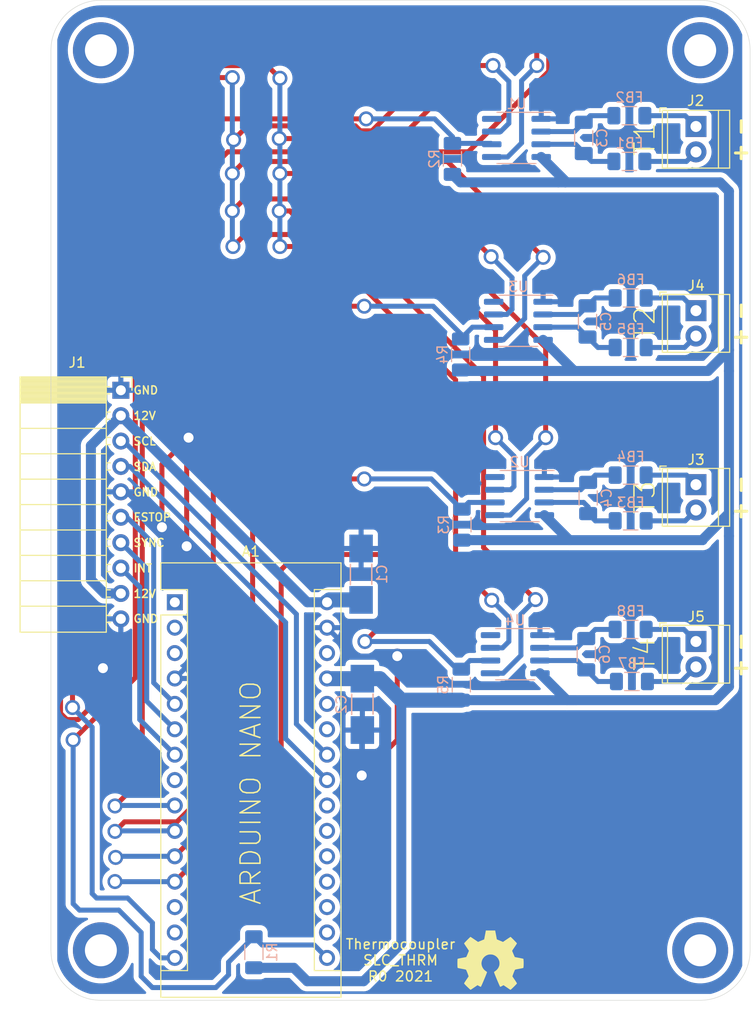
<source format=kicad_pcb>
(kicad_pcb (version 20240108) (generator "pcbnew") (generator_version "8.0")
  (layers (0 "F.Cu" signal) (31 "B.Cu" signal) (34 "B.Paste" user) (35 "F.Paste" user) (36 "B.SilkS" user "B.Silkscreen") (37 "F.SilkS" user "F.Silkscreen") (38 "B.Mask" user) (39 "F.Mask" user) (44 "Edge.Cuts" user))
  (net 0 "")
  (net 1 "GND")
  (net 2 "Net-(A1-Pad28)")
  (net 3 "+5V")
  (net 4 "Net-(A1-Pad26)")
  (net 5 "Net-(A1-Pad25)")
  (net 6 "/I2C_CLK")
  (net 7 "Net-(A1-Pad8)")
  (net 8 "/I2C_DAT")
  (net 9 "Net-(A1-Pad22)")
  (net 10 "/SYNC")
  (net 11 "Net-(A1-Pad21)")
  (net 12 "/E_STOP")
  (net 13 "Net-(A1-Pad20)")
  (net 14 "Net-(A1-Pad19)")
  (net 15 "Net-(A1-Pad3)")
  (net 16 "Net-(A1-Pad18)")
  (net 17 "Net-(A1-Pad2)")
  (net 18 "Net-(A1-Pad17)")
  (net 19 "Net-(A1-Pad1)")
  (net 20 "+12V")
  (net 21 "/INT")
  (net 22 "/SS1")
  (net 23 "/SS2")
  (net 24 "/SS3")
  (net 25 "/SS4")
  (net 26 "/DATA")
  (net 27 "/CLK")
  (net 28 "Net-(C4-Pad2)")
  (net 29 "Net-(C4-Pad1)")
  (net 30 "Net-(C5-Pad2)")
  (net 31 "Net-(C5-Pad1)")
  (net 32 "Net-(C6-Pad2)")
  (net 33 "Net-(C6-Pad1)")
  (net 34 "Net-(FB1-Pad1)")
  (net 35 "Net-(FB2-Pad1)")
  (net 36 "Net-(FB3-Pad1)")
  (net 37 "Net-(FB4-Pad1)")
  (net 38 "Net-(FB5-Pad1)")
  (net 39 "Net-(FB6-Pad1)")
  (net 40 "Net-(FB7-Pad1)")
  (net 41 "Net-(FB8-Pad1)")
  (net 42 "Net-(C3-Pad2)")
  (net 43 "Net-(C3-Pad1)")
  (net 44 "Net-(A1-Pad13)")
  (net 45 "Net-(A1-Pad14)")
  (footprint "MountingHole:MountingHole_3.2mm_M3_DIN965_Pad" (layer "F.Cu") (at 127.6 44.8)
    (property "Reference" "H1" (hide yes))
    (property "Value" "MountingHole")
  )
  (footprint "MountingHole:MountingHole_3.2mm_M3_DIN965_Pad" (layer "F.Cu") (at 187.6 44.8)
    (property "Reference" "H2" (hide yes))
    (property "Value" "MountingHole")
  )
  (footprint "MountingHole:MountingHole_3.2mm_M3_DIN965_Pad" (layer "F.Cu") (at 127.6 134.8)
    (property "Reference" "H3" (hide yes))
    (property "Value" "MountingHole")
  )
  (footprint "MountingHole:MountingHole_3.2mm_M3_DIN965_Pad" (layer "F.Cu") (at 187.6 134.8)
    (property "Reference" "H4" (hide yes))
    (property "Value" "MountingHole")
  )
  (footprint "Module:Arduino_Nano" (layer "F.Cu") (at 135 100)
    (property "Reference" "A1")
    (property "Value" "Arduino_Nano_v3.x")
  )
  (footprint "Connector_PinSocket_2.54mm:PinSocket_1x10_P2.54mm_Horizontal" (layer "F.Cu") (at 129.6 78.8)
    (property "Reference" "J1")
    (property "Value" "Conn_01x10_Female")
  )
  (footprint "Symbol:OSHW-Symbol_6.7x6mm_SilkScreen" (layer "F.Cu") (at 166.6 135.8)
    (property "Reference" "Logo1" (hide yes))
    (property "Value" "Logo_Open_Hardware_Small" (hide yes))
  )
  (footprint "TerminalBlock_TE-Connectivity:TerminalBlock_TE_282834-2_1x02_P2.54mm_Horizontal" (layer "F.Cu") (at 187.1795 52.424 -90)
    (property "Reference" "J2")
    (property "Value" "Screw_Terminal_01x02")
  )
  (footprint "TerminalBlock_TE-Connectivity:TerminalBlock_TE_282834-2_1x02_P2.54mm_Horizontal" (layer "F.Cu") (at 187.1795 88.238 -90)
    (property "Reference" "J3")
    (property "Value" "Screw_Terminal_01x02")
  )
  (footprint "TerminalBlock_TE-Connectivity:TerminalBlock_TE_282834-2_1x02_P2.54mm_Horizontal" (layer "F.Cu") (at 187.1795 70.839 -90)
    (property "Reference" "J4")
    (property "Value" "Screw_Terminal_01x02")
  )
  (footprint "TerminalBlock_TE-Connectivity:TerminalBlock_TE_282834-2_1x02_P2.54mm_Horizontal" (layer "F.Cu") (at 187.1795 103.9225 -90)
    (property "Reference" "J5")
    (property "Value" "Screw_Terminal_01x02")
  )
  (footprint "OCI_UPL_FOOTPRINTS:C_2312" (layer "B.Cu") (at 153.6515 97.1915 90)
    (property "Reference" "C1")
    (property "Value" "10uF_t")
  )
  (footprint "OCI_UPL_FOOTPRINTS:C_2312" (layer "B.Cu") (at 153.7785 110.209 -90)
    (property "Reference" "C2")
    (property "Value" "10uF_t")
  )
  (footprint "Capacitor_SMD:C_1206_3216Metric_Pad1.33x1.80mm_HandSolder" (layer "B.Cu") (at 175.94 53.567 90)
    (property "Reference" "C3")
    (property "Value" "0.01 uF")
  )
  (footprint "Capacitor_SMD:C_1206_3216Metric_Pad1.33x1.80mm_HandSolder" (layer "B.Cu") (at 176.3845 89.5715 90)
    (property "Reference" "C4")
    (property "Value" "0.01 uF")
  )
  (footprint "Capacitor_SMD:C_1206_3216Metric_Pad1.33x1.80mm_HandSolder" (layer "B.Cu") (at 176.321 71.9185 90)
    (property "Reference" "C5")
    (property "Value" "0.01 uF")
  )
  (footprint "Capacitor_SMD:C_1206_3216Metric_Pad1.33x1.80mm_HandSolder" (layer "B.Cu") (at 176.194 105.1925 90)
    (property "Reference" "C6")
    (property "Value" "0.01 uF")
  )
  (footprint "Resistor_SMD:R_1206_3216Metric_Pad1.30x1.75mm_HandSolder" (layer "B.Cu") (at 180.512 55.9165 180)
    (property "Reference" "FB1")
    (property "Value" "Ferrite_Bead_Small")
  )
  (footprint "Resistor_SMD:R_1206_3216Metric_Pad1.30x1.75mm_HandSolder" (layer "B.Cu") (at 180.512 51.3445 180)
    (property "Reference" "FB2")
    (property "Value" "Ferrite_Bead_Small")
  )
  (footprint "Resistor_SMD:R_1206_3216Metric_Pad1.30x1.75mm_HandSolder" (layer "B.Cu") (at 180.639 91.8575 180)
    (property "Reference" "FB3")
    (property "Value" "Ferrite_Bead_Small")
  )
  (footprint "Resistor_SMD:R_1206_3216Metric_Pad1.30x1.75mm_HandSolder" (layer "B.Cu") (at 180.639 87.2855 180)
    (property "Reference" "FB4")
    (property "Value" "Ferrite_Bead_Small")
  )
  (footprint "Resistor_SMD:R_1206_3216Metric_Pad1.30x1.75mm_HandSolder" (layer "B.Cu") (at 180.639 74.522 180)
    (property "Reference" "FB5")
    (property "Value" "Ferrite_Bead_Small")
  )
  (footprint "Resistor_SMD:R_1206_3216Metric_Pad1.30x1.75mm_HandSolder" (layer "B.Cu") (at 180.639 69.569 180)
    (property "Reference" "FB6")
    (property "Value" "Ferrite_Bead_Small")
  )
  (footprint "Resistor_SMD:R_1206_3216Metric_Pad1.30x1.75mm_HandSolder" (layer "B.Cu") (at 180.766 107.923 180)
    (property "Reference" "FB7")
    (property "Value" "Ferrite_Bead_Small")
  )
  (footprint "Resistor_SMD:R_1206_3216Metric_Pad1.30x1.75mm_HandSolder" (layer "B.Cu") (at 180.639 102.716 180)
    (property "Reference" "FB8")
    (property "Value" "Ferrite_Bead_Small")
  )
  (footprint "Package_SO:SOIC-8_3.9x4.9mm_P1.27mm" (layer "B.Cu") (at 169.209 53.567 180)
    (property "Reference" "U1")
    (property "Value" "MAX31855KASA")
  )
  (footprint "Package_SO:SOIC-8_3.9x4.9mm_P1.27mm" (layer "B.Cu") (at 169.5265 89.381 180)
    (property "Reference" "U2")
    (property "Value" "MAX31855KASA")
  )
  (footprint "Package_SO:SOIC-8_3.9x4.9mm_P1.27mm" (layer "B.Cu") (at 169.3995 71.855 180)
    (property "Reference" "U3")
    (property "Value" "MAX31855KASA")
  )
  (footprint "Package_SO:SOIC-8_3.9x4.9mm_P1.27mm" (layer "B.Cu") (at 169.082 105.1925 180)
    (property "Reference" "U4")
    (property "Value" "MAX31855KASA")
  )
  (footprint "Resistor_SMD:R_1206_3216Metric_Pad1.30x1.75mm_HandSolder" (layer "B.Cu") (at 142.92 135 90)
    (property "Reference" "R1")
    (property "Value" "10k")
  )
  (footprint "Resistor_SMD:R_1206_3216Metric_Pad1.30x1.75mm_HandSolder" (layer "B.Cu") (at 162.7955 55.6625 -90)
    (property "Reference" "R2")
    (property "Value" "10k")
  )
  (footprint "Resistor_SMD:R_1206_3216Metric_Pad1.30x1.75mm_HandSolder" (layer "B.Cu") (at 163.748 92.2385 -90)
    (property "Reference" "R3")
    (property "Value" "10k")
  )
  (footprint "Resistor_SMD:R_1206_3216Metric_Pad1.30x1.75mm_HandSolder" (layer "B.Cu") (at 163.621 75.2205 -90)
    (property "Reference" "R4")
    (property "Value" "10k")
  )
  (footprint "Resistor_SMD:R_1206_3216Metric_Pad1.30x1.75mm_HandSolder" (layer "B.Cu") (at 163.6845 108.2405 -90)
    (property "Reference" "R5")
    (property "Value" "10k")
  )
  (gr_line (start 192.6 44.8) (end 192.6 134.8) (stroke (width 0.05)) (layer "Edge.Cuts"))
  (gr_line (start 127.6 139.8) (end 187.6 139.8) (stroke (width 0.05)) (layer "Edge.Cuts"))
  (gr_line (start 122.6 134.8) (end 122.6 44.8) (stroke (width 0.05)) (layer "Edge.Cuts"))
  (gr_arc (start 187.6 39.8) (mid 191.135534 41.264466) (end 192.6 44.8) (stroke (width 0.05)) (layer "Edge.Cuts"))
  (gr_arc (start 192.6 134.8) (mid 191.135534 138.335534) (end 187.6 139.8) (stroke (width 0.05)) (layer "Edge.Cuts"))
  (gr_arc (start 127.6 139.8) (mid 124.064466 138.335534) (end 122.6 134.8) (stroke (width 0.05)) (layer "Edge.Cuts"))
  (gr_arc (start 122.6 44.8) (mid 124.064466 41.264466) (end 127.6 39.8) (stroke (width 0.05)) (layer "Edge.Cuts"))
  (gr_line (start 127.6 39.8) (end 187.6 39.8) (stroke (width 0.05)) (layer "Edge.Cuts"))
  (gr_text "ARDUINO NANO" (at 142.61 119.05 90) (layer "F.SilkS") (effects (font (size 2 2))))
  (gr_text "ESTOP" (at 132.747619 91.5 0) (layer "F.SilkS") (effects (font (size 0.8 0.8))))
  (gr_text "-" (at 191.6 103.95 90) (layer "F.SilkS") (effects (font (size 1.5 1.5) (thickness 0.3))))
  (gr_text "+" (at 191.7 106.489999 0) (layer "F.SilkS") (effects (font (size 1.5 1.5) (thickness 0.3))))
  (gr_text "-" (at 191.6 88.25 90) (layer "F.SilkS") (effects (font (size 1.5 1.5) (thickness 0.3))))
  (gr_text "T4" (at 182.05 105.192501 90) (layer "F.SilkS") (effects (font (size 2 2))))
  (gr_text "GND" (at 132.1 89 0) (layer "F.SilkS") (effects (font (size 0.8 0.8))))
  (gr_text "12V" (at 131.985715 99.15 0) (layer "F.SilkS") (effects (font (size 0.8 0.8))))
  (gr_text "SDA" (at 132.004762 86.45 0) (layer "F.SilkS") (effects (font (size 0.8 0.8))))
  (gr_text "+" (at 191.7 54.964 0) (layer "F.SilkS") (effects (font (size 1.5 1.5) (thickness 0.3))))
  (gr_text "INT" (at 131.795238 96.6 0) (layer "F.SilkS") (effects (font (size 0.8 0.8))))
  (gr_text "T2" (at 182.05 72.109001 90) (layer "F.SilkS") (effects (font (size 2 2))))
  (gr_text "-" (at 191.6 52.424001 90) (layer "F.SilkS") (effects (font (size 1.5 1.5) (thickness 0.3))))
  (gr_text "T1" (at 182.05 53.694001 90) (layer "F.SilkS") (effects (font (size 2 2))))
  (gr_text "GND" (at 132.1 101.65 0) (layer "F.SilkS") (effects (font (size 0.8 0.8))))
  (gr_text "12V" (at 131.985715 81.35 0) (layer "F.SilkS") (effects (font (size 0.8 0.8))))
  (gr_text "SCL" (at 131.985715 83.9 0) (layer "F.SilkS") (effects (font (size 0.8 0.8))))
  (gr_text "+" (at 191.7 73.389999 0) (layer "F.SilkS") (effects (font (size 1.5 1.5) (thickness 0.3))))
  (gr_text "-" (at 191.6 70.85 90) (layer "F.SilkS") (effects (font (size 1.5 1.5) (thickness 0.3))))
  (gr_text "SYNC" (at 132.42381 94.05 0) (layer "F.SilkS") (effects (font (size 0.8 0.8))))
  (gr_text "GND" (at 132.1 78.8 0) (layer "F.SilkS") (effects (font (size 0.8 0.8))))
  (gr_text "Thermocoupler\nSLC_THRM\nR0 2021" (at 157.599999 135.8 0) (layer "F.SilkS") (effects (font (size 1 1))))
  (gr_text "T3" (at 182.05 89.508001 90) (layer "F.SilkS") (effects (font (size 2 2))))
  (gr_text "+" (at 191.7 90.789999 0) (layer "F.SilkS") (effects (font (size 1.5 1.5) (thickness 0.3))))
  (segment (start 172.441001 44.061538) (end 172.441001 46.904001) (width 0.5) (layer "F.Cu") (net 1))
  (segment (start 127.807 109.254502) (end 125.335001 111.726501) (width 0.5) (layer "F.Cu") (net 1))
  (segment (start 123.558999 57.131112) (end 138.872121 41.81799) (width 0.5) (layer "F.Cu") (net 1))
  (segment (start 136.3795 83.539) (end 133.7125 86.206) (width 0.5) (layer "F.Cu") (net 1))
  (segment (start 172.441001 46.904001) (end 164.387501 54.957501) (width 0.5) (layer "F.Cu") (net 1))
  (segment (start 133.7125 86.206) (end 133.7125 92.4925) (width 0.5) (layer "F.Cu") (net 1))
  (segment (start 157.271 113.765) (end 153.715 117.321) (width 0.5) (layer "F.Cu") (net 1))
  (segment (start 124.182999 111.726501) (end 123.558999 111.102501) (width 0.5) (layer "F.Cu") (net 1))
  (segment (start 164.387501 54.957501) (end 140.311999 54.957501) (width 0.5) (layer "F.Cu") (net 1))
  (segment (start 157.271 105.383) (end 157.271 113.765) (width 0.5) (layer "F.Cu") (net 1))
  (segment (start 123.558999 111.102501) (end 123.558999 57.131112) (width 0.5) (layer "F.Cu") (net 1))
  (segment (start 140.311999 54.957501) (end 136.189 59.0805) (width 0.5) (layer "F.Cu") (net 1))
  (segment (start 125.335001 111.726501) (end 124.182999 111.726501) (width 0.5) (layer "F.Cu") (net 1))
  (segment (start 136.189 59.0805) (end 136.189 94.3975) (width 0.5) (layer "F.Cu") (net 1))
  (segment (start 138.872121 41.81799) (end 170.197453 41.81799) (width 0.5) (layer "F.Cu") (net 1))
  (segment (start 127.807 106.5895) (end 127.807 109.254502) (width 0.5) (layer "F.Cu") (net 1))
  (segment (start 170.197453 41.81799) (end 172.441001 44.061538) (width 0.5) (layer "F.Cu") (net 1))
  (via (at 127.807 106.5895) (size 1.5) (drill 1) (layers "F.Cu" "B.Cu") (net 1))
  (via (at 157.271 105.383) (size 1.5) (drill 1) (layers "F.Cu" "B.Cu") (net 1))
  (via (at 153.715 117.321) (size 1.5) (drill 1) (layers "F.Cu" "B.Cu") (net 1))
  (via (at 136.3795 83.539) (size 1.5) (drill 1) (layers "F.Cu" "B.Cu") (net 1))
  (via (at 136.189 94.3975) (size 1.5) (drill 1) (layers "F.Cu" "B.Cu") (net 1))
  (via (at 133.7125 92.4925) (size 1.5) (drill 1) (layers "F.Cu" "B.Cu") (net 1))
  (segment (start 136.189 94.3975) (end 136.938999 95.147499) (width 0.5) (layer "B.Cu") (net 1))
  (segment (start 153.715 117.321) (end 153.715 112.8425) (width 0.5) (layer "B.Cu") (net 1))
  (segment (start 153.083 105.383) (end 157.271 105.383) (width 0.5) (layer "B.Cu") (net 1))
  (segment (start 136.938999 95.147499) (end 136.938999 105.681001) (width 0.5) (layer "B.Cu") (net 1))
  (segment (start 129.6 78.8) (end 131.6405 78.8) (width 0.5) (layer "B.Cu") (net 1))
  (segment (start 129.6 101.66) (end 129.6 104.7965) (width 0.5) (layer "B.Cu") (net 1))
  (segment (start 136.938999 105.681001) (end 135 107.62) (width 0.5) (layer "B.Cu") (net 1))
  (segment (start 130.18 88.96) (end 129.6 88.96) (width 0.5) (layer "B.Cu") (net 1))
  (segment (start 131.6405 78.8) (end 136.3795 83.539) (width 0.5) (layer "B.Cu") (net 1))
  (segment (start 153.715 112.8425) (end 153.7785 112.779) (width 0.5) (layer "B.Cu") (net 1))
  (segment (start 133.7125 92.4925) (end 130.18 88.96) (width 0.5) (layer "B.Cu") (net 1))
  (segment (start 150.24 102.54) (end 153.083 105.383) (width 0.5) (layer "B.Cu") (net 1))
  (segment (start 129.6 104.7965) (end 127.807 106.5895) (width 0.5) (layer "B.Cu") (net 1))
  (segment (start 148.254 137.895) (end 153.9055 137.895) (width 1) (layer "B.Cu") (net 3))
  (segment (start 153.7785 107.639) (end 155.5265 107.639) (width 1.5) (layer "B.Cu") (net 3))
  (segment (start 173.9715 76.8715) (end 163.722 76.8715) (width 1) (layer "B.Cu") (net 3))
  (segment (start 174.25 109.7905) (end 175.204 109.7905) (width 1) (layer "B.Cu") (net 3))
  (segment (start 163.748 93.7885) (end 174.5055 93.7885) (width 1) (layer "B.Cu") (net 3))
  (segment (start 153.9055 137.895) (end 157.678 134.1225) (width 1) (layer "B.Cu") (net 3))
  (segment (start 172.358 109.7905) (end 175.204 109.7905) (width 1) (layer "B.Cu") (net 3))
  (segment (start 188.386 76.8715) (end 190.4815 74.776) (width 1) (layer "B.Cu") (net 3))
  (segment (start 189.5925 58.012) (end 174.0985 58.012) (width 1) (layer "B.Cu") (net 3))
  (segment (start 157.678 134.1225) (end 157.678 109.7905) (width 1) (layer "B.Cu") (net 3))
  (segment (start 146.909 136.55) (end 148.254 137.895) (width 1) (layer "B.Cu") (net 3))
  (segment (start 174.5055 93.7885) (end 187.8405 93.7885) (width 1) (layer "B.Cu") (net 3))
  (segment (start 187.8405 93.7365) (end 190.4815 91.0955) (width 1) (layer "B.Cu") (net 3))
  (segment (start 153.7785 107.639) (end 150.259 107.639) (width 1.5) (layer "B.Cu") (net 3))
  (segment (start 150.259 107.639) (end 150.24 107.62) (width 1.5) (layer "B.Cu") (net 3))
  (segment (start 190.4815 76.8715) (end 190.4815 74.776) (width 1) (layer "B.Cu") (net 3))
  (segment (start 187.8405 93.7885) (end 187.8405 93.7365) (width 1) (layer "B.Cu") (net 3))
  (segment (start 189.122 109.7905) (end 190.4815 108.431) (width 1) (layer "B.Cu") (net 3))
  (segment (start 163.595 58.012) (end 162.7955 57.2125) (width 1) (layer "B.Cu") (net 3))
  (segment (start 163.6845 109.7905) (end 172.358 109.7905) (width 1) (layer "B.Cu") (net 3))
  (segment (start 174.0985 58.012) (end 173.4 58.012) (width 1) (layer "B.Cu") (net 3))
  (segment (start 174.0985 57.8865) (end 171.684 55.472) (width 1) (layer "B.Cu") (net 3))
  (segment (start 190.4815 108.431) (end 190.4815 93.3815) (width 1) (layer "B.Cu") (net 3))
  (segment (start 190.4815 93.3815) (end 190.4815 91.0955) (width 1) (layer "B.Cu") (net 3))
  (segment (start 174.8605 76.8715) (end 174.8605 76.746) (width 1) (layer "B.Cu") (net 3))
  (segment (start 174.5055 93.7885) (end 174.504 93.7885) (width 1) (layer "B.Cu") (net 3))
  (segment (start 175.204 109.7905) (end 189.122 109.7905) (width 1) (layer "B.Cu") (net 3))
  (segment (start 188.3225 76.8715) (end 174.8605 76.8715) (width 1) (layer "B.Cu") (net 3))
  (segment (start 163.722 76.8715) (end 163.621 76.7705) (width 1) (layer "B.Cu") (net 3))
  (segment (start 142.92 136.55) (end 146.909 136.55) (width 1) (layer "B.Cu") (net 3))
  (segment (start 174.8605 76.8715) (end 173.9715 76.8715) (width 1) (layer "B.Cu") (net 3))
  (segment (start 190.4815 74.776) (end 190.4815 58.901) (width 1) (layer "B.Cu") (net 3))
  (segment (start 173.4 58.012) (end 163.595 58.012) (width 1) (layer "B.Cu") (net 3))
  (segment (start 174.504 93.7885) (end 172.0015 91.286) (width 1) (layer "B.Cu") (net 3))
  (segment (start 190.4815 91.0955) (end 190.4815 76.8715) (width 1) (layer "B.Cu") (net 3))
  (segment (start 188.3225 76.8715) (end 188.386 76.8715) (width 1) (layer "B.Cu") (net 3))
  (segment (start 157.678 109.7905) (end 163.6845 109.7905) (width 1.5) (layer "B.Cu") (net 3))
  (segment (start 174.0985 58.012) (end 174.0985 57.8865) (width 1) (layer "B.Cu") (net 3))
  (segment (start 171.557 107.0975) (end 174.25 109.7905) (width 1) (layer "B.Cu") (net 3))
  (segment (start 174.8605 76.746) (end 171.8745 73.76) (width 1) (layer "B.Cu") (net 3))
  (segment (start 155.5265 107.639) (end 157.678 109.7905) (width 1.5) (layer "B.Cu") (net 3))
  (segment (start 190.4815 58.901) (end 189.5925 58.012) (width 1) (layer "B.Cu") (net 3))
  (segment (start 147.1745 112.1745) (end 147.1745 101.192) (width 0.5) (layer "B.Cu") (net 6))
  (segment (start 150.24 115.24) (end 147.1745 112.1745) (width 0.5) (layer "B.Cu") (net 6))
  (segment (start 147.1745 101.192) (end 129.8625 83.88) (width 0.5) (layer "B.Cu") (net 6))
  (segment (start 129.8625 83.88) (end 129.6 83.88) (width 0.5) (layer "B.Cu") (net 6))
  (segment (start 146.095 102.0175) (end 130.4975 86.42) (width 0.5) (layer "B.Cu") (net 8))
  (segment (start 150.24 117.78) (end 146.095 113.635) (width 0.5) (layer "B.Cu") (net 8))
  (segment (start 130.4975 86.42) (end 129.6 86.42) (width 0.5) (layer "B.Cu") (net 8))
  (segment (start 146.095 113.635) (end 146.095 102.0175) (width 0.5) (layer "B.Cu") (net 8))
  (segment (start 135 115.24) (end 131.49 111.73) (width 0.5) (layer "B.Cu") (net 10))
  (segment (start 131.49 111.73) (end 131.49 98.47) (width 0.5) (layer "B.Cu") (net 10))
  (segment (start 131.49 98.47) (end 129.6 96.58) (width 0.5) (layer "B.Cu") (net 10))
  (segment (start 132.89002 108.05002) (end 132.89002 94.174022) (width 0.5) (layer "B.Cu") (net 12))
  (segment (start 135 110.16) (end 132.89002 108.05002) (width 0.5) (layer "B.Cu") (net 12))
  (segment (start 130.215998 91.5) (end 129.6 91.5) (width 0.5) (layer "B.Cu") (net 12))
  (segment (start 132.89002 94.174022) (end 130.215998 91.5) (width 0.5) (layer "B.Cu") (net 12))
  (segment (start 150.24 125.4) (end 150.1445 125.4) (width 0.5) (layer "B.Cu") (net 13))
  (segment (start 126.6005 84.3395) (end 126.6005 97.763) (width 1) (layer "B.Cu") (net 20))
  (segment (start 148.26 100) (end 129.6 81.34) (width 1) (layer "B.Cu") (net 20))
  (segment (start 150.4785 99.7615) (end 150.24 100) (width 1.5) (layer "B.Cu") (net 20))
  (segment (start 127.9575 99.12) (end 129.6 99.12) (width 1) (layer "B.Cu") (net 20))
  (segment (start 126.6005 97.763) (end 127.9575 99.12) (width 1) (layer "B.Cu") (net 20))
  (segment (start 153.6515 99.7615) (end 150.4785 99.7615) (width 1.5) (layer "B.Cu") (net 20))
  (segment (start 129.6 81.34) (end 126.6005 84.3395) (width 1) (layer "B.Cu") (net 20))
  (segment (start 150.24 100) (end 148.26 100) (width 1) (layer "B.Cu") (net 20))
  (segment (start 132.19001 96.63001) (end 129.6 94.04) (width 0.5) (layer "B.Cu") (net 21))
  (segment (start 135 112.7) (end 132.19001 109.89001) (width 0.5) (layer "B.Cu") (net 21))
  (segment (start 132.19001 109.89001) (end 132.19001 96.63001) (width 0.5) (layer "B.Cu") (net 21))
  (segment (start 131.744 117.6385) (end 131.744 53.3765) (width 0.5) (layer "F.Cu") (net 22))
  (segment (start 133.4585 51.662) (end 154.1595 51.662) (width 0.5) (layer "F.Cu") (net 22))
  (segment (start 131.744 53.3765) (end 133.4585 51.662) (width 0.5) (layer "F.Cu") (net 22))
  (segment (start 129.0135 120.369) (end 131.744 117.6385) (width 0.5) (layer "F.Cu") (net 22))
  (via (at 154.1595 51.662) (size 1.5) (drill 1) (layers "F.Cu" "B.Cu") (net 22))
  (via (at 129.0135 120.369) (size 1.5) (drill 1) (layers "F.Cu" "B.Cu") (net 22))
  (segment (start 162.7955 54.1125) (end 162.7955 53.44) (width 0.5) (layer "B.Cu") (net 22))
  (segment (start 161.0175 51.662) (end 159.7205 51.662) (width 0.5) (layer "B.Cu") (net 22))
  (segment (start 166.6445 54.1125) (end 166.734 54.202) (width 0.5) (layer "B.Cu") (net 22))
  (segment (start 129.0625 120.32) (end 129.0135 120.369) (width 0.5) (layer "B.Cu") (net 22))
  (segment (start 154.1595 51.662) (end 159.7205 51.662) (width 0.5) (layer "B.Cu") (net 22))
  (segment (start 162.7955 53.44) (end 161.0175 51.662) (width 0.5) (layer "B.Cu") (net 22))
  (segment (start 135 120.32) (end 129.0625 120.32) (width 0.5) (layer "B.Cu") (net 22))
  (segment (start 162.7955 54.1125) (end 166.6445 54.1125) (width 0.5) (layer "B.Cu") (net 22))
  (segment (start 129.966 121.9565) (end 135.213502 121.9565) (width 0.5) (layer "F.Cu") (net 23))
  (segment (start 129.0135 122.909) (end 129.966 121.9565) (width 0.5) (layer "F.Cu") (net 23))
  (segment (start 135.213502 121.9565) (end 138.856 118.314002) (width 0.5) (layer "F.Cu") (net 23))
  (segment (start 138.856 118.314002) (end 138.856 73.6965) (width 0.5) (layer "F.Cu") (net 23))
  (segment (start 138.9195 73.6965) (end 142.2215 70.3945) (width 0.5) (layer "F.Cu") (net 23))
  (segment (start 138.856 73.6965) (end 138.9195 73.6965) (width 0.5) (layer "F.Cu") (net 23))
  (segment (start 142.2215 70.3945) (end 153.969 70.3945) (width 0.5) (layer "F.Cu") (net 23))
  (via (at 129.0135 122.909) (size 1.5) (drill 1) (layers "F.Cu" "B.Cu") (net 23))
  (via (at 153.969 70.3945) (size 1.5) (drill 1) (layers "F.Cu" "B.Cu") (net 23))
  (segment (start 163.621 73.6705) (end 163.621 73.152) (width 0.5) (layer "B.Cu") (net 23))
  (segment (start 135 122.86) (end 129.0625 122.86) (width 0.5) (layer "B.Cu") (net 23))
  (segment (start 166.9245 72.49) (end 164.8015 72.49) (width 0.5) (layer "B.Cu") (net 23))
  (segment (start 164.8015 72.49) (end 163.621 73.6705) (width 0.5) (layer "B.Cu") (net 23))
  (segment (start 153.969 70.3945) (end 160.8635 70.3945) (width 0.5) (layer "B.Cu") (net 23))
  (segment (start 163.621 73.152) (end 160.8635 70.3945) (width 0.5) (layer "B.Cu") (net 23))
  (segment (start 129.0625 122.86) (end 129.0135 122.909) (width 0.5) (layer "B.Cu") (net 23))
  (segment (start 142.793 87.6665) (end 153.969 87.6665) (width 0.5) (layer "F.Cu") (net 24))
  (segment (start 135 125.4) (end 142.793 117.607) (width 0.5) (layer "F.Cu") (net 24))
  (segment (start 142.793 117.607) (end 142.793 87.6665) (width 0.5) (layer "F.Cu") (net 24))
  (via (at 129.077 125.5125) (size 1.5) (drill 1) (layers "F.Cu" "B.Cu") (net 24))
  (via (at 153.969 87.6665) (size 1.5) (drill 1) (layers "F.Cu" "B.Cu") (net 24))
  (segment (start 129.1895 125.4) (end 129.077 125.5125) (width 0.5) (layer "B.Cu") (net 24))
  (segment (start 163.695 90.6885) (end 160.673 87.6665) (width 0.5) (layer "B.Cu") (net 24))
  (segment (start 163.748 90.6885) (end 163.695 90.6885) (width 0.5) (layer "B.Cu") (net 24))
  (segment (start 135 125.4) (end 129.1895 125.4) (width 0.5) (layer "B.Cu") (net 24))
  (segment (start 164.4205 90.016) (end 167.0515 90.016) (width 0.5) (layer "B.Cu") (net 24))
  (segment (start 153.969 87.6665) (end 160.673 87.6665) (width 0.5) (layer "B.Cu") (net 24))
  (segment (start 163.748 90.6885) (end 164.4205 90.016) (width 0.5) (layer "B.Cu") (net 24))
  (segment (start 135 127.94) (end 145.6505 117.2895) (width 0.5) (layer "F.Cu") (net 25))
  (segment (start 157.3345 100.6205) (end 154.0325 103.9225) (width 0.5) (layer "F.Cu") (net 25))
  (segment (start 156.636 95.223) (end 157.3345 95.9215) (width 0.5) (layer "F.Cu") (net 25))
  (segment (start 157.3345 95.9215) (end 157.3345 100.6205) (width 0.5) (layer "F.Cu") (net 25))
  (segment (start 145.6505 96.747) (end 147.1745 95.223) (width 0.5) (layer "F.Cu") (net 25))
  (segment (start 147.1745 95.223) (end 156.636 95.223) (width 0.5) (layer "F.Cu") (net 25))
  (segment (start 145.6505 117.2895) (end 145.6505 96.747) (width 0.5) (layer "F.Cu") (net 25))
  (via (at 154.0325 103.9225) (size 1.5) (drill 1) (layers "F.Cu" "B.Cu") (net 25))
  (via (at 129.0135 127.9255) (size 1.5) (drill 1) (layers "F.Cu" "B.Cu") (net 25))
  (segment (start 135 127.94) (end 129.028 127.94) (width 0.5) (layer "B.Cu") (net 25))
  (segment (start 163.6845 106.6905) (end 164.5475 105.8275) (width 0.5) (layer "B.Cu") (net 25))
  (segment (start 164.5475 105.8275) (end 166.607 105.8275) (width 0.5) (layer "B.Cu") (net 25))
  (segment (start 163.2505 106.6905) (end 160.4825 103.9225) (width 0.5) (layer "B.Cu") (net 25))
  (segment (start 154.0325 103.9225) (end 160.4825 103.9225) (width 0.5) (layer "B.Cu") (net 25))
  (segment (start 163.6845 106.6905) (end 163.2505 106.6905) (width 0.5) (layer "B.Cu") (net 25))
  (segment (start 160.4825 103.9225) (end 160.673 104.113) (width 0.5) (layer "B.Cu") (net 25))
  (segment (start 129.028 127.94) (end 129.0135 127.9255) (width 0.5) (layer "B.Cu") (net 25))
  (segment (start 163.113 77.762498) (end 163.113 96.1755) (width 0.5) (layer "F.Cu") (net 26))
  (segment (start 149.776002 64.4255) (end 163.113 77.762498) (width 0.5) (layer "F.Cu") (net 26))
  (segment (start 124.759 56.921074) (end 135.345575 46.334499) (width 0.5) (layer "F.Cu") (net 26))
  (segment (start 144.259999 46.334499) (end 145.5235 47.598) (width 0.5) (layer "F.Cu") (net 26))
  (segment (start 158.3505 57.123) (end 166.669 65.4415) (width 0.5) (layer "F.Cu") (net 26))
  (segment (start 135.345575 46.334499) (end 144.259999 46.334499) (width 0.5) (layer "F.Cu") (net 26))
  (segment (start 163.113 96.1755) (end 166.7325 99.795) (width 0.5) (layer "F.Cu") (net 26))
  (segment (start 145.46 60.8695) (end 146.52066 60.8695) (width 0.5) (layer "F.Cu") (net 26))
  (segment (start 145.5235 64.4255) (end 149.776002 64.4255) (width 0.5) (layer "F.Cu") (net 26))
  (segment (start 145.46 53.6305) (end 157.525 53.6305) (width 0.5) (layer "F.Cu") (net 26))
  (segment (start 164.8275 46.328) (end 166.8595 46.328) (width 0.5) (layer "F.Cu") (net 26))
  (segment (start 146.52066 60.8695) (end 146.77466 61.1235) (width 0.5) (layer "F.Cu") (net 26))
  (segment (start 124.759 110.5265) (end 124.759 56.921074) (width 0.5) (layer "F.Cu") (net 26))
  (segment (start 157.525 53.6305) (end 164.8275 46.328) (width 0.5) (layer "F.Cu") (net 26))
  (segment (start 145.5235 57.123) (end 158.3505 57.123) (width 0.5) (layer "F.Cu") (net 26))
  (segment (start 146.77466 61.1235) (end 155.4295 61.1235) (width 0.5) (layer "F.Cu") (net 26))
  (segment (start 155.4295 61.1235) (end 167.1135 72.8075) (width 0.5) (layer "F.Cu") (net 26))
  (segment (start 167.1135 72.8075) (end 167.1135 83.539) (width 0.5) (layer "F.Cu") (net 26))
  (via (at 167.1135 83.539) (size 1.5) (drill 1) (layers "F.Cu" "B.Cu") (net 26))
  (via (at 166.8595 46.328) (size 1.5) (drill 1) (layers "F.Cu" "B.Cu") (net 26))
  (via (at 124.759 110.5265) (size 1.5) (drill 1) (layers "F.Cu" "B.Cu") (net 26))
  (via (at 145.5235 57.123) (size 1.5) (drill 1) (layers "F.Cu" "B.Cu") (net 26))
  (via (at 145.46 60.8695) (size 1.5) (drill 1) (layers "F.Cu" "B.Cu") (net 26))
  (via (at 145.5235 47.598) (size 1.5) (drill 1) (layers "F.Cu" "B.Cu") (net 26))
  (via (at 166.7325 99.795) (size 1.5) (drill 1) (layers "F.Cu" "B.Cu") (net 26))
  (via (at 145.5235 64.4255) (size 1.5) (drill 1) (layers "F.Cu" "B.Cu") (net 26))
  (via (at 166.669 65.4415) (size 1.5) (drill 1) (layers "F.Cu" "B.Cu") (net 26))
  (via (at 145.46 53.6305) (size 1.5) (drill 1) (layers "F.Cu" "B.Cu") (net 26))
  (segment (start 145.5235 53.567) (end 145.46 53.6305) (width 0.5) (layer "B.Cu") (net 26))
  (segment (start 167.812 104.5575) (end 168.447 103.9225) (width 0.5) (layer "B.Cu") (net 26))
  (segment (start 145.5235 53.567) (end 145.5235 57.758) (width 0.5) (layer "B.Cu") (net 26))
  (segment (start 133.6 135.56) (end 132.76 134.72) (width 0.5) (layer "B.Cu") (net 26))
  (segment (start 168.2565 71.22) (end 168.7645 70.712) (width 0.5) (layer "B.Cu") (net 26))
  (segment (start 166.734 52.932) (end 167.6215 52.932) (width 0.5) (layer "B.Cu") (net 26))
  (segment (start 167.0515 88.746) (end 168.6375 88.746) (width 0.5) (layer "B.Cu") (net 26))
  (segment (start 145.5235 47.598) (end 145.5235 53.567) (width 0.5) (layer "B.Cu") (net 26))
  (segment (start 168.7645 70.712) (end 168.7645 67.537) (width 0.5) (layer "B.Cu") (net 26))
  (segment (start 168.7645 67.537) (end 166.669 65.4415) (width 0.5) (layer "B.Cu") (net 26))
  (segment (start 127.172 129.5765) (end 126.7275 129.132) (width 0.5) (layer "B.Cu") (net 26))
  (segment (start 167.6215 52.932) (end 168.447 52.1065) (width 0.5) (layer "B.Cu") (net 26))
  (segment (start 132.76 134.72) (end 132.76 132.053) (width 0.5) (layer "B.Cu") (net 26))
  (segment (start 168.6375 88.746) (end 168.955 88.4285) (width 0.5) (layer "B.Cu") (net 26))
  (segment (start 168.955 88.4285) (end 168.955 85.3805) (width 0.5) (layer "B.Cu") (net 26))
  (segment (start 168.447 101.5095) (end 166.7325 99.795) (width 0.5) (layer "B.Cu") (net 26))
  (segment (start 166.607 104.5575) (end 167.812 104.5575) (width 0.5) (layer "B.Cu") (net 26))
  (segment (start 166.9245 71.22) (end 167.8995 71.22) (width 0.5) (layer "B.Cu") (net 26))
  (segment (start 132.76 132.053) (end 130.2835 129.5765) (width 0.5) (layer "B.Cu") (net 26))
  (segment (start 135 135.56) (end 133.6 135.56) (width 0.5) (layer "B.Cu") (net 26))
  (segment (start 145.5235 60.9965) (end 145.5235 64.5525) (width 0.5) (layer "B.Cu") (net 26))
  (segment (start 145.5235 60.9965) (end 145.5235 60.933) (width 0.5) (layer "B.Cu") (net 26))
  (segment (start 126.7275 129.132) (end 126.7275 112.495) (width 0.5) (layer "B.Cu") (net 26))
  (segment (start 145.5235 60.933) (end 145.46 60.8695) (width 0.5) (layer "B.Cu") (net 26))
  (segment (start 145.5235 57.758) (end 145.5235 57.123) (width 0.5) (layer "B.Cu") (net 26))
  (segment (start 168.447 103.9225) (end 168.447 101.5095) (width 0.5) (layer "B.Cu") (net 26))
  (segment (start 168.447 47.9155) (end 166.8595 46.328) (width 0.5) (layer "B.Cu") (net 26))
  (segment (start 130.2835 129.5765) (end 127.172 129.5765) (width 0.5) (layer "B.Cu") (net 26))
  (segment (start 167.8995 71.22) (end 168.2565 71.22) (width 0.5) (layer "B.Cu") (net 26))
  (segment (start 126.7275 112.495) (end 124.759 110.5265) (width 0.5) (layer "B.Cu") (net 26))
  (segment (start 168.955 85.3805) (end 167.1135 83.539) (width 0.5) (layer "B.Cu") (net 26))
  (segment (start 145.5235 57.758) (end 145.5235 60.9965) (width 0.5) (layer "B.Cu") (net 26))
  (segment (start 145.5235 64.5525) (end 145.5235 64.4255) (width 0.5) (layer "B.Cu") (net 26))
  (segment (start 168.447 52.1065) (end 168.447 47.9155) (width 0.5) (layer "B.Cu") (net 26))
  (segment (start 162.293999 55.922999) (end 171.876 65.505) (width 0.5) (layer "F.Cu") (net 27))
  (segment (start 135.135537 47.5345) (end 140.761 47.5345) (width 0.5) (layer "F.Cu") (net 27))
  (segment (start 151.752999 63.225499) (end 165.913499 77.385999) (width 0.5) (layer "F.Cu") (net 27))
  (segment (start 141.961001 59.669499) (end 157.277499 59.669499) (width 0.5) (layer "F.Cu") (net 27))
  (segment (start 171.241 43.8515) (end 171.241 46.328) (width 0.5) (layer "F.Cu") (net 27))
  (segment (start 172.13 74.522) (end 172.13 83.539) (width 0.5) (layer "F.Cu") (net 27))
  (segment (start 160.065 47.532502) (end 160.065 44.4865) (width 0.5) (layer "F.Cu") (net 27))
  (segment (start 140.8245 64.4255) (end 142.024501 63.225499) (width 0.5) (layer "F.Cu") (net 27))
  (segment (start 165.913499 77.385999) (end 165.913499 94.530999) (width 0.5) (layer "F.Cu") (net 27))
  (segment (start 140.888 53.7575) (end 142.28349 52.36201) (width 0.5) (layer "F.Cu") (net 27))
  (segment (start 160.065 44.4865) (end 162.0335 42.518) (width 0.5) (layer "F.Cu") (net 27))
  (segment (start 153.083508 52.36201) (end 153.583499 52.862001) (width 0.5) (layer "F.Cu") (net 27))
  (segment (start 154.735501 52.862001) (end 160.065 47.532502) (width 0.5) (layer "F.Cu") (net 27))
  (segment (start 124.8225 113.765) (end 131.04399 107.54351) (width 0.5) (layer "F.Cu") (net 27))
  (segment (start 141.961001 55.922999) (end 162.293999 55.922999) (width 0.5) (layer "F.Cu") (net 27))
  (segment (start 165.913499 94.530999) (end 171.114 99.7315) (width 0.5) (layer "F.Cu") (net 27))
  (segment (start 140.761 60.8695) (end 141.961001 59.669499) (width 0.5) (layer "F.Cu") (net 27))
  (segment (start 131.04399 107.54351) (end 131.04399 51.626047) (width 0.5) (layer "F.Cu") (net 27))
  (segment (start 140.761 57.123) (end 141.961001 55.922999) (width 0.5) (layer "F.Cu") (net 27))
  (segment (start 169.9075 42.518) (end 171.241 43.8515) (width 0.5) (layer "F.Cu") (net 27))
  (segment (start 131.04399 51.626047) (end 135.135537 47.5345) (width 0.5) (layer "F.Cu") (net 27))
  (segment (start 162.0335 42.518) (end 169.9075 42.518) (width 0.5) (layer "F.Cu") (net 27))
  (segment (start 142.024501 63.225499) (end 151.752999 63.225499) (width 0.5) (layer "F.Cu") (net 27))
  (segment (start 142.28349 52.36201) (end 153.083508 52.36201) (width 0.5) (layer "F.Cu") (net 27))
  (segment (start 157.277499 59.669499) (end 172.13 74.522) (width 0.5) (layer "F.Cu") (net 27))
  (segment (start 153.583499 52.862001) (end 154.735501 52.862001) (width 0.5) (layer "F.Cu") (net 27))
  (via (at 171.241 46.328) (size 1.5) (drill 1) (layers "F.Cu" "B.Cu") (net 27))
  (via (at 140.761 57.123) (size 1.5) (drill 1) (layers "F.Cu" "B.Cu") (net 27))
  (via (at 171.114 99.7315) (size 1.5) (drill 1) (layers "F.Cu" "B.Cu") (net 27))
  (via (at 172.13 83.539) (size 1.5) (drill 1) (layers "F.Cu" "B.Cu") (net 27))
  (via (at 140.761 47.5345) (size 1.5) (drill 1) (layers "F.Cu" "B.Cu") (net 27))
  (via (at 124.8225 113.765) (size 1.5) (drill 1) (layers "F.Cu" "B.Cu") (net 27))
  (via (at 140.8245 64.4255) (size 1.5) (drill 1) (layers "F.Cu" "B.Cu") (net 27))
  (via (at 140.888 53.7575) (size 1.5) (drill 1) (layers "F.Cu" "B.Cu") (net 27))
  (via (at 171.876 65.505) (size 1.5) (drill 1) (layers "F.Cu" "B.Cu") (net 27))
  (via (at 140.761 60.8695) (size 1.5) (drill 1) (layers "F.Cu" "B.Cu") (net 27))
  (segment (start 140.761 64.616) (end 140.761 64.489) (width 0.5) (layer "B.Cu") (net 27))
  (segment (start 140.761 57.0595) (end 140.761 57.123) (width 0.5) (layer "B.Cu") (net 27))
  (segment (start 140.38 135.99) (end 142.92 133.45) (width 0.5) (layer "B.Cu") (net 27))
  (segment (start 139.11 138.53) (end 140.38 137.26) (width 0.5) (layer "B.Cu") (net 27))
  (segment (start 140.761 53.8845) (end 140.888 53.7575) (width 0.5) (layer "B.Cu") (net 27))
  (segment (start 167.8995 73.76) (end 170.0345 71.625) (width 0.5) (layer "B.Cu") (net 27))
  (segment (start 170.225 85.444) (end 172.13 83.539) (width 0.5) (layer "B.Cu") (net 27))
  (segment (start 170.0345 67.4735) (end 170.0345 67.3465) (width 0.5) (layer "B.Cu") (net 27))
  (segment (start 170.0345 67.3465) (end 171.876 65.505) (width 0.5) (layer "B.Cu") (net 27))
  (segment (start 124.8225 113.765) (end 124.8225 130.148) (width 0.5) (layer "B.Cu") (net 27))
  (segment (start 131.6315 137.4015) (end 132.76 138.53) (width 0.5) (layer "B.Cu") (net 27))
  (segment (start 140.761 57.0595) (end 140.761 60.679) (width 0.5) (layer "B.Cu") (net 27))
  (segment (start 132.76 138.53) (end 139.11 138.53) (width 0.5) (layer "B.Cu") (net 27))
  (segment (start 140.38 137.26) (end 140.38 135.99) (width 0.5) (layer "B.Cu") (net 27))
  (segment (start 169.6535 105.3195) (end 169.6535 101.192) (width 0.5) (layer "B.Cu") (net 27))
  (segment (start 142.92 133.45) (end 143.740001 134.270001) (width 0.5) (layer "B.Cu") (net 27))
  (segment (start 140.761 60.679) (end 140.761 60.8695) (width 0.5) (layer "B.Cu") (net 27))
  (segment (start 167.8755 107.0975) (end 169.6535 105.3195) (width 0.5) (layer "B.Cu") (net 27))
  (segment (start 168.574 91.286) (end 170.225 89.635) (width 0.5) (layer "B.Cu") (net 27))
  (segment (start 143.740001 134.270001) (end 148.950001 134.270001) (width 0.5) (layer "B.Cu") (net 27))
  (segment (start 131.6315 133.02) (end 131.6315 137.4015) (width 0.5) (layer "B.Cu") (net 27))
  (segment (start 140.761 60.679) (end 140.761 64.616) (width 0.5) (layer "B.Cu") (net 27))
  (segment (start 148.950001 134.270001) (end 150.24 135.56) (width 0.5) (layer "B.Cu") (net 27))
  (segment (start 125.4575 130.783) (end 129.3945 130.783) (width 0.5) (layer "B.Cu") (net 27))
  (segment (start 167.0515 91.286) (end 168.574 91.286) (width 0.5) (layer "B.Cu") (net 27))
  (segment (start 170.225 89.635) (end 170.225 85.444) (width 0.5) (layer "B.Cu") (net 27))
  (segment (start 129.3945 130.783) (end 131.6315 133.02) (width 0.5) (layer "B.Cu") (net 27))
  (segment (start 166.9245 73.76) (end 167.8995 73.76) (width 0.5) (layer "B.Cu") (net 27))
  (segment (start 166.607 107.0975) (end 167.8755 107.0975) (width 0.5) (layer "B.Cu") (net 27))
  (segment (start 169.6535 101.192) (end 171.114 99.7315) (width 0.5) (layer "B.Cu") (net 27))
  (segment (start 166.734 55.472) (end 168.32 55.472) (width 0.5) (layer "B.Cu") (net 27))
  (segment (start 170.0345 71.625) (end 170.0345 67.4735) (width 0.5) (layer "B.Cu") (net 27))
  (segment (start 168.32 55.472) (end 169.717 54.075) (width 0.5) (layer "B.Cu") (net 27))
  (segment (start 169.717 54.075) (end 169.717 47.852) (width 0.5) (layer "B.Cu") (net 27))
  (segment (start 140.761 53.8845) (end 140.761 57.0595) (width 0.5) (layer "B.Cu") (net 27))
  (segment (start 140.761 64.489) (end 140.8245 64.4255) (width 0.5) (layer "B.Cu") (net 27))
  (segment (start 169.717 47.852) (end 171.241 46.328) (width 0.5) (layer "B.Cu") (net 27))
  (segment (start 124.8225 130.148) (end 125.4575 130.783) (width 0.5) (layer "B.Cu") (net 27))
  (segment (start 140.761 47.5345) (end 140.761 53.8845) (width 0.5) (layer "B.Cu") (net 27))
  (segment (start 179.089 87.2855) (end 177.108 87.2855) (width 0.5) (layer "B.Cu") (net 28))
  (segment (start 177.108 87.2855) (end 176.3845 88.009) (width 0.5) (layer "B.Cu") (net 28))
  (segment (start 176.3845 88.009) (end 175.6475 88.746) (width 0.5) (layer "B.Cu") (net 28))
  (segment (start 175.6475 88.746) (end 172.0015 88.746) (width 0.5) (layer "B.Cu") (net 28))
  (segment (start 175.929 90.016) (end 172.0015 90.016) (width 0.5) (layer "B.Cu") (net 29))
  (segment (start 176.3845 91.134) (end 176.3845 90.4715) (width 0.5) (layer "B.Cu") (net 29))
  (segment (start 176.3845 90.4715) (end 175.929 90.016) (width 0.5) (layer "B.Cu") (net 29))
  (segment (start 177.108 91.8575) (end 176.3845 91.134) (width 0.5) (layer "B.Cu") (net 29))
  (segment (start 179.089 91.8575) (end 177.108 91.8575) (width 0.5) (layer "B.Cu") (net 29))
  (segment (start 175.457 71.22) (end 171.8745 71.22) (width 0.5) (layer "B.Cu") (net 30))
  (segment (start 179.089 69.569) (end 177.108 69.569) (width 0.5) (layer "B.Cu") (net 30))
  (segment (start 177.108 69.569) (end 176.321 70.356) (width 0.5) (layer "B.Cu") (net 30))
  (segment (start 176.321 70.356) (end 175.457 71.22) (width 0.5) (layer "B.Cu") (net 30))
  (segment (start 177.362 74.522) (end 176.321 73.481) (width 0.5) (layer "B.Cu") (net 31))
  (segment (start 176.321 73.481) (end 175.33 72.49) (width 0.5) (layer "B.Cu") (net 31))
  (segment (start 175.33 72.49) (end 171.8745 72.49) (width 0.5) (layer "B.Cu") (net 31))
  (segment (start 179.089 74.522) (end 177.362 74.522) (width 0.5) (layer "B.Cu") (net 31))
  (segment (start 179.089 102.716) (end 177.108 102.716) (width 0.5) (layer "B.Cu") (net 32))
  (segment (start 176.194 103.63) (end 175.2665 104.5575) (width 0.5) (layer "B.Cu") (net 32))
  (segment (start 177.108 102.716) (end 176.194 103.63) (width 0.5) (layer "B.Cu") (net 32))
  (segment (start 175.2665 104.5575) (end 171.557 104.5575) (width 0.5) (layer "B.Cu") (net 32))
  (segment (start 175.2665 105.8275) (end 171.557 105.8275) (width 0.5) (layer "B.Cu") (net 33))
  (segment (start 179.216 107.923) (end 177.362 107.923) (width 0.5) (layer "B.Cu") (net 33))
  (segment (start 176.194 106.755) (end 175.2665 105.8275) (width 0.5) (layer "B.Cu") (net 33))
  (segment (start 177.362 107.923) (end 176.194 106.755) (width 0.5) (layer "B.Cu") (net 33))
  (segment (start 186.227 55.9165) (end 187.1795 54.964) (width 0.5) (layer "B.Cu") (net 34))
  (segment (start 182.062 55.9165) (end 186.227 55.9165) (width 0.5) (layer "B.Cu") (net 34))
  (segment (start 182.062 51.3445) (end 186.1 51.3445) (width 0.5) (layer "B.Cu") (net 35))
  (segment (start 186.1 51.3445) (end 187.1795 52.424) (width 0.5) (layer "B.Cu") (net 35))
  (segment (start 186.1 91.8575) (end 187.1795 90.778) (width 0.5) (layer "B.Cu") (net 36))
  (segment (start 182.189 91.8575) (end 186.1 91.8575) (width 0.5) (layer "B.Cu") (net 36))
  (segment (start 186.227 87.2855) (end 187.1795 88.238) (width 0.5) (layer "B.Cu") (net 37))
  (segment (start 182.189 87.2855) (end 186.227 87.2855) (width 0.5) (layer "B.Cu") (net 37))
  (segment (start 182.189 74.522) (end 186.0365 74.522) (width 0.5) (layer "B.Cu") (net 38))
  (segment (start 186.0365 74.522) (end 187.1795 73.379) (width 0.5) (layer "B.Cu") (net 38))
  (segment (start 185.9095 69.569) (end 187.1795 70.839) (width 0.5) (layer "B.Cu") (net 39))
  (segment (start 182.189 69.569) (end 185.9095 69.569) (width 0.5) (layer "B.Cu") (net 39))
  (segment (start 182.316 107.923) (end 185.719 107.923) (width 0.5) (layer "B.Cu") (net 40))
  (segment (start 185.719 107.923) (end 187.1795 106.4625) (width 0.5) (layer "B.Cu") (net 40))
  (segment (start 185.973 102.716) (end 187.1795 103.9225) (width 0.5) (layer "B.Cu") (net 41))
  (segment (start 182.189 102.716) (end 185.973 102.716) (width 0.5) (layer "B.Cu") (net 41))
  (segment (start 175.94 52.0045) (end 175.0125 52.932) (width 0.5) (layer "B.Cu") (net 42))
  (segment (start 178.962 51.3445) (end 176.6 51.3445) (width 0.5) (layer "B.Cu") (net 42))
  (segment (start 175.0125 52.932) (end 171.684 52.932) (width 0.5) (layer "B.Cu") (net 42))
  (segment (start 176.6 51.3445) (end 175.94 52.0045) (width 0.5) (layer "B.Cu") (net 42))
  (segment (start 176.727 55.9165) (end 175.94 55.1295) (width 0.5) (layer "B.Cu") (net 43))
  (segment (start 175.1145 54.202) (end 171.684 54.202) (width 0.5) (layer "B.Cu") (net 43))
  (segment (start 175.94 55.1295) (end 175.94 55.0275) (width 0.5) (layer "B.Cu") (net 43))
  (segment (start 175.94 55.0275) (end 175.1145 54.202) (width 0.5) (layer "B.Cu") (net 43))
  (segment (start 178.962 55.9165) (end 176.727 55.9165) (width 0.5) (layer "B.Cu") (net 43))
  (zone (net 1) (net_name "GND") (layer "B.Cu") (connect_pads (clearance 0.508)) (min_thickness 0.254) (fill yes (thermal_gap 0.508) (thermal_bridge_width 0.508))
    (polygon (pts (xy 191.815 139.165) (xy 123.235 139.165) (xy 123.235 40.105) (xy 191.815 40.105)))
  )
)
</source>
